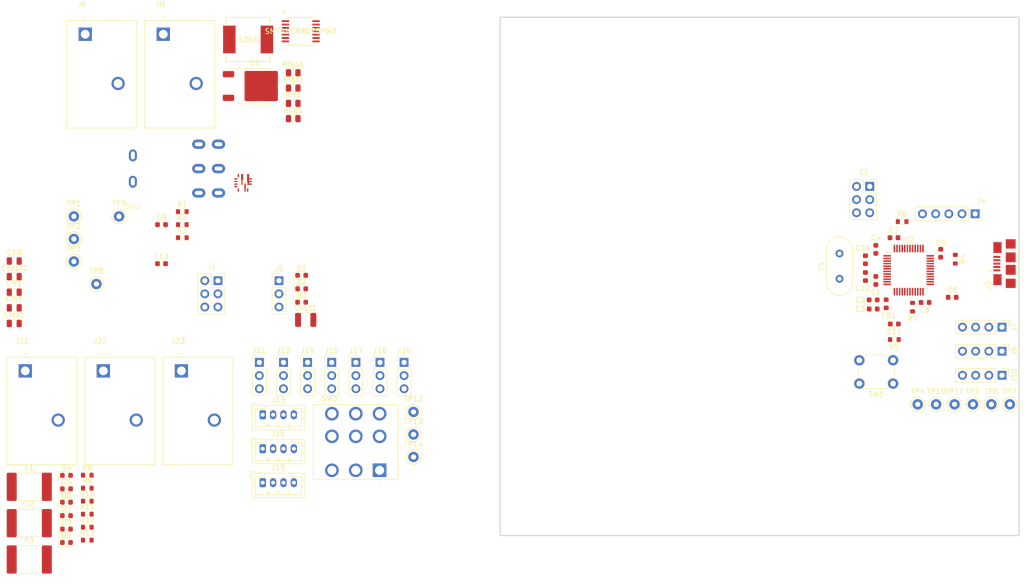
<source format=kicad_pcb>
(kicad_pcb (version 20240108) (generator "pcbnew") (generator_version "8.0")
  (layers (0 "F.Cu" signal) (31 "B.Cu" power) (34 "B.Paste" user) (35 "F.Paste" user) (36 "B.SilkS" user "B.Silkscreen") (37 "F.SilkS" user "F.Silkscreen") (38 "B.Mask" user) (39 "F.Mask" user) (44 "Edge.Cuts" user))
  (net 0 "")
  (net 1 "+3.3VA")
  (net 2 "GND")
  (net 3 "+3.3V")
  (net 4 "+5V")
  (net 5 "/NRST")
  (net 6 "/OSC_OUT")
  (net 7 "/OSC_IN")
  (net 8 "/BOOT")
  (net 9 "/SW")
  (net 10 "/FB")
  (net 11 "/Cff_Rff")
  (net 12 "+12V")
  (net 13 "/5V_BUCK")
  (net 14 "/PWR_LED_3V3_Cathode")
  (net 15 "/PWR_LED_5V_Cathode")
  (net 16 "/PWR_LED_12V_Cathode")
  (net 17 "Net-(D4-A)")
  (net 18 "/Motors/M1_Fault_LED_Cathode")
  (net 19 "/Motors/M1_PWR_LED_Cathode")
  (net 20 "/Motors/M2_Fault_LED_Cathode")
  (net 21 "Net-(D6-A)")
  (net 22 "/Motors/M2_PWR_LED_Cathode")
  (net 23 "/Motors/M3_Fault_LED_Cathode")
  (net 24 "Net-(D8-A)")
  (net 25 "/Motors/M3_PWR_LED_Cathode")
  (net 26 "VBUS")
  (net 27 "/5V_EXT")
  (net 29 "/USB_D-")
  (net 30 "/USB_D+")
  (net 31 "/BOOT0")
  (net 32 "/BOOT1")
  (net 33 "/SWDIO")
  (net 34 "/SWCLK")
  (net 35 "/LimitSwitch3")
  (net 36 "/LimitSwitch2")
  (net 37 "/LimitSwitch1")
  (net 38 "Net-(J6-Pin_2)")
  (net 39 "/SPI1_NSS_RasPi")
  (net 40 "/SPI1_MOSI")
  (net 41 "/SPI1_SCK")
  (net 42 "/SPI1_MISO")
  (net 43 "/SPI1_NSS_ESP1")
  (net 44 "/SPI1_NSS_ESP2")
  (net 45 "/PWM & Encoders/M1_PWM")
  (net 46 "/PWM & Encoders/REG_IN")
  (net 48 "/PWM & Encoders/RC_PWM1")
  (net 49 "/TIM4_CH1")
  (net 50 "/TIM4_CH2")
  (net 51 "/PWM & Encoders/M2_PWM")
  (net 53 "/PWM & Encoders/RC_PWM2")
  (net 54 "/TIM3_CH1")
  (net 55 "/TIM3_CH2")
  (net 56 "/PWM & Encoders/M3_PWM")
  (net 57 "/PWM & Encoders/RC_PWM3")
  (net 59 "/TIM2_CH2")
  (net 60 "/TIM2_CH1")
  (net 62 "/PG")
  (net 65 "/TIM1_CH3")
  (net 66 "/TIM1_CH1")
  (net 67 "/TIM1_CH2")
  (net 68 "/OR3")
  (footprint "TestPoint:TestPoint_Keystone_5000-5004_Miniature" (layer "F.Cu") (at 171.25 121.25)
    (property "Reference" "TP4" (at 0 -2.5 0) (layer "F.SilkS"))
    (property "Value" "Orange")
    (pad "1" thru_hole circle (at 0 0) (size 2 2) (drill 1) (layers "*.Cu" "*.Mask") (net 39 "/SPI1_NSS_RasPi"))
  )
  (footprint "Resistor_SMD:R_0603_1608Metric" (layer "F.Cu") (at 11.18 139.9325)
    (property "Reference" "R10" (at 0 -1.43 0) (layer "F.SilkS"))
    (property "Value" "1.5k")
    (pad "1" smd roundrect (at -0.825 0) (size 0.8 0.95) (layers "F.Cu" "F.Paste" "F.Mask") (net 20 "/Motors/M2_Fault_LED_Cathode"))
    (pad "2" smd roundrect (at 0.825 0) (size 0.8 0.95) (layers "F.Cu" "F.Paste" "F.Mask") (net 2 "GND"))
  )
  (footprint "Connector_PinHeader_2.54mm:PinHeader_1x04_P2.54mm_Vertical" (layer "F.Cu") (at 187.5 115.65 -90)
    (property "Reference" "J10" (at 0 -2.33 90) (layer "F.SilkS"))
    (property "Value" "Conn_01x04_Socket")
    (pad "1" thru_hole rect (at 0 0 270) (size 1.7 1.7) (drill 1) (layers "*.Cu" "*.Mask") (net 40 "/SPI1_MOSI"))
    (pad "2" thru_hole oval (at 0 2.54 270) (size 1.7 1.7) (drill 1) (layers "*.Cu" "*.Mask") (net 42 "/SPI1_MISO"))
    (pad "3" thru_hole oval (at 0 5.08 270) (size 1.7 1.7) (drill 1) (layers "*.Cu" "*.Mask") (net 41 "/SPI1_SCK"))
    (pad "4" thru_hole oval (at 0 7.62 270) (size 1.7 1.7) (drill 1) (layers "*.Cu" "*.Mask") (net 44 "/SPI1_NSS_ESP2"))
  )
  (footprint "Capacitor_SMD:C_0805_2012Metric" (layer "F.Cu") (at -2.9 102.6325)
    (property "Reference" "Cin1" (at 0 -1.68 0) (layer "F.SilkS"))
    (property "Value" "15uF")
    (pad "1" smd roundrect (at -0.95 0) (size 1 1.45) (layers "F.Cu" "F.Paste" "F.Mask") (net 12 "+12V"))
    (pad "2" smd roundrect (at 0.95 0) (size 1 1.45) (layers "F.Cu" "F.Paste" "F.Mask") (net 2 "GND"))
  )
  (footprint "Capacitor_SMD:C_0603_1608Metric" (layer "F.Cu") (at 162.675 102.85 180)
    (property "Reference" "C3" (at 2.5 0 180) (layer "F.SilkS"))
    (property "Value" "1u")
    (pad "1" smd roundrect (at -0.775 0 180) (size 0.9 0.95) (layers "F.Cu" "F.Paste" "F.Mask") (net 3 "+3.3V"))
    (pad "2" smd roundrect (at 0.775 0 180) (size 0.9 0.95) (layers "F.Cu" "F.Paste" "F.Mask") (net 2 "GND"))
  )
  (footprint "MountingHole:MountingHole_5mm" (layer "F.Cu") (at 184.75 53.25)
    (property "Reference" "H2" (hide yes))
    (property "Value" "MountingHole")
    (pad "" np_thru_hole circle (at 0 0) (size 5 5) (drill 5) (layers "F&B.Cu" "*.Mask"))
  )
  (footprint "MountingHole:MountingHole_5mm" (layer "F.Cu") (at 96.75 139.75)
    (property "Reference" "H3" (hide yes))
    (property "Value" "MountingHole")
    (pad "" np_thru_hole circle (at 0 0) (size 5 5) (drill 5) (layers "F&B.Cu" "*.Mask"))
  )
  (footprint "CustomFootprints:SW_GF-161-0005" (layer "F.Cu") (at 62.93 128.5134)
    (property "Reference" "SW3" (at -5.075 -8.385 0) (layer "F.SilkS"))
    (property "Value" "Slide")
    (pad "1" thru_hole rect (at 4.5974 5.461) (size 2.6289 2.6289) (drill 1.7526) (layers "*.Cu" "*.Mask") (net 66 "/TIM1_CH1"))
    (pad "2" thru_hole circle (at 0 5.461) (size 2.6289 2.6289) (drill 1.7526) (layers "*.Cu" "*.Mask") (net 45 "/PWM & Encoders/M1_PWM"))
    (pad "3" thru_hole circle (at -4.5974 5.461) (size 2.6289 2.6289) (drill 1.7526) (layers "*.Cu" "*.Mask") (net 48 "/PWM & Encoders/RC_PWM1"))
    (pad "4" thru_hole circle (at 4.5974 -1.0922) (size 2.6289 2.6289) (drill 1.7526) (layers "*.Cu" "*.Mask") (net 67 "/TIM1_CH2"))
    (pad "5" thru_hole circle (at 0 -1.0922) (size 2.6289 2.6289) (drill 1.7526) (layers "*.Cu" "*.Mask") (net 51 "/PWM & Encoders/M2_PWM"))
    (pad "6" thru_hole circle (at -4.5974 -1.0922) (size 2.6289 2.6289) (drill 1.7526) (layers "*.Cu" "*.Mask") (net 53 "/PWM & Encoders/RC_PWM2"))
    (pad "7" thru_hole circle (at 4.5974 -5.461) (size 2.6289 2.6289) (drill 1.7526) (layers "*.Cu" "*.Mask") (net 65 "/TIM1_CH3"))
    (pad "8" thru_hole circle (at 0 -5.461) (size 2.6289 2.6289) (drill 1.7526) (layers "*.Cu" "*.Mask") (net 56 "/PWM & Encoders/M3_PWM"))
    (pad "9" thru_hole circle (at -4.5974 -5.461) (size 2.6289 2.6289) (drill 1.7526) (layers "*.Cu" "*.Mask") (net 57 "/PWM & Encoders/RC_PWM3"))
  )
  (footprint "CustomFootprints:SN74HCS4075PWR" (layer "F.Cu") (at 52.3228 49.2804)
    (property "Reference" "U3" (at 0 0 0) (layer "F.SilkS"))
    (property "Value" "SN74HCS4075PWR" (at 0 0 0) (layer "F.SilkS"))
    (fp_text user "*" (at -3.20675 -3.448558 0) (layer "F.SilkS"))
    (pad "1" smd rect (at -2.95275 -1.949958) (size 1.4097 0.3556) (layers "F.Cu" "F.Paste" "F.Mask") (net 4 "+5V"))
    (pad "2" smd rect (at -2.95275 -1.299972) (size 1.4097 0.3556) (layers "F.Cu" "F.Paste" "F.Mask") (net 4 "+5V"))
    (pad "3" smd rect (at -2.95275 -0.649986) (size 1.4097 0.3556) (layers "F.Cu" "F.Paste" "F.Mask") (net 35 "/LimitSwitch3"))
    (pad "4" smd rect (at -2.95275 0) (size 1.4097 0.3556) (layers "F.Cu" "F.Paste" "F.Mask") (net 36 "/LimitSwitch2"))
    (pad "5" smd rect (at -2.95275 0.649986) (size 1.4097 0.3556) (layers "F.Cu" "F.Paste" "F.Mask") (net 37 "/LimitSwitch1"))
    (pad "6" smd rect (at -2.95275 1.299972) (size 1.4097 0.3556) (layers "F.Cu" "F.Paste" "F.Mask") (net 68 "/OR3"))
    (pad "7" smd rect (at -2.95275 1.949958) (size 1.4097 0.3556) (layers "F.Cu" "F.Paste" "F.Mask") (net 2 "GND"))
    (pad "8" smd rect (at 2.95275 1.949958) (size 1.4097 0.3556) (layers "F.Cu" "F.Paste" "F.Mask") (net 4 "+5V"))
    (pad "9" smd rect (at 2.95275 1.299972) (size 1.4097 0.3556) (layers "F.Cu" "F.Paste" "F.Mask"))
    (pad "10" smd rect (at 2.95275 0.649986) (size 1.4097 0.3556) (layers "F.Cu" "F.Paste" "F.Mask"))
    (pad "11" smd rect (at 2.95275 0) (size 1.4097 0.3556) (layers "F.Cu" "F.Paste" "F.Mask") (net 4 "+5V"))
    (pad "12" smd rect (at 2.95275 -0.649986) (size 1.4097 0.3556) (layers "F.Cu" "F.Paste" "F.Mask") (net 4 "+5V"))
    (pad "13" smd rect (at 2.95275 -1.299972) (size 1.4097 0.3556) (layers "F.Cu" "F.Paste" "F.Mask") (net 4 "+5V"))
    (pad "14" smd rect (at 2.95275 -1.949958) (size 1.4097 0.3556) (layers "F.Cu" "F.Paste" "F.Mask") (net 4 "+5V"))
  )
  (footprint "Resistor_SMD:R_0603_1608Metric" (layer "F.Cu") (at 11.18 142.4425)
    (property "Reference" "R11" (at 0 -1.43 0) (layer "F.SilkS"))
    (property "Value" "1.5k")
    (pad "1" smd roundrect (at -0.825 0) (size 0.8 0.95) (layers "F.Cu" "F.Paste" "F.Mask") (net 22 "/Motors/M2_PWR_LED_Cathode"))
    (pad "2" smd roundrect (at 0.825 0) (size 0.8 0.95) (layers "F.Cu" "F.Paste" "F.Mask") (net 2 "GND"))
  )
  (footprint "Crystal:Crystal_HC49-U_Vertical" (layer "F.Cu") (at 156.175 92.15 -90)
    (property "Reference" "Y1" (at 2.44 3.5 90) (layer "F.SilkS"))
    (property "Value" "8MHz Crystal")
    (pad "1" thru_hole circle (at 0 0 270) (size 1.5 1.5) (drill 0.8) (layers "*.Cu" "*.Mask") (net 7 "/OSC_IN"))
    (pad "2" thru_hole circle (at 4.88 0 270) (size 1.5 1.5) (drill 0.8) (layers "*.Cu" "*.Mask") (net 6 "/OSC_OUT"))
  )
  (footprint "TestPoint:TestPoint_Keystone_5000-5004_Miniature" (layer "F.Cu") (at 185.45 121.25)
    (property "Reference" "TP6" (at 0 -2.5 0) (layer "F.SilkS"))
    (property "Value" "Orange")
    (pad "1" thru_hole circle (at 0 0) (size 2 2) (drill 1) (layers "*.Cu" "*.Mask") (net 42 "/SPI1_MISO"))
  )
  (footprint "Resistor_SMD:R_0603_1608Metric" (layer "F.Cu") (at 29.5 89.0925)
    (property "Reference" "R3" (at 0 -1.43 0) (layer "F.SilkS"))
    (property "Value" "1.5k")
    (pad "1" smd roundrect (at -0.825 0) (size 0.8 0.95) (layers "F.Cu" "F.Paste" "F.Mask") (net 16 "/PWR_LED_12V_Cathode"))
    (pad "2" smd roundrect (at 0.825 0) (size 0.8 0.95) (layers "F.Cu" "F.Paste" "F.Mask") (net 2 "GND"))
  )
  (footprint "Capacitor_SMD:C_0603_1608Metric" (layer "F.Cu") (at 172.675 101.6 180)
    (property "Reference" "C6" (at 0 -1.43 180) (layer "F.SilkS"))
    (property "Value" "100n")
    (pad "1" smd roundrect (at -0.775 0 180) (size 0.9 0.95) (layers "F.Cu" "F.Paste" "F.Mask") (net 3 "+3.3V"))
    (pad "2" smd roundrect (at 0.775 0 180) (size 0.9 0.95) (layers "F.Cu" "F.Paste" "F.Mask") (net 2 "GND"))
  )
  (footprint "MountingHole:MountingHole_5mm" (layer "F.Cu") (at 96.75 53.25)
    (property "Reference" "H1" (hide yes))
    (property "Value" "MountingHole")
    (pad "" np_thru_hole circle (at 0 0) (size 5 5) (drill 5) (layers "F&B.Cu" "*.Mask"))
  )
  (footprint "LED_SMD:LED_0603_1608Metric" (layer "F.Cu") (at 52.5 101.5425)
    (property "Reference" "D3" (at 0 -1.43 0) (layer "F.SilkS"))
    (property "Value" "LED")
    (pad "1" smd roundrect (at -0.7875 0) (size 0.875 0.95) (layers "F.Cu" "F.Paste" "F.Mask") (net 16 "/PWR_LED_12V_Cathode"))
    (pad "2" smd roundrect (at 0.7875 0) (size 0.875 0.95) (layers "F.Cu" "F.Paste" "F.Mask") (net 12 "+12V"))
  )
  (footprint "Resistor_SMD:R_0603_1608Metric" (layer "F.Cu") (at 166.75 108.75)
    (property "Reference" "R5" (at 0 1.5 360) (layer "F.SilkS"))
    (property "Value" "10k")
    (pad "1" smd roundrect (at -0.825 0) (size 0.8 0.95) (layers "F.Cu" "F.Paste" "F.Mask") (net 3 "+3.3V"))
    (pad "2" smd roundrect (at 0.825 0) (size 0.8 0.95) (layers "F.Cu" "F.Paste" "F.Mask") (net 5 "/NRST"))
  )
  (footprint "Connector_PinHeader_2.54mm:PinHeader_1x03_P2.54mm_Vertical" (layer "F.Cu") (at 49 113.1625)
    (property "Reference" "J12" (at 0 -2.33 0) (layer "F.SilkS"))
    (property "Value" "Conn_01x03_Socket")
    (pad "1" thru_hole rect (at 0 0) (size 1.7 1.7) (drill 1) (layers "*.Cu" "*.Mask") (net 2 "GND"))
    (pad "2" thru_hole oval (at 0 2.54) (size 1.7 1.7) (drill 1) (layers "*.Cu" "*.Mask"))
    (pad "3" thru_hole oval (at 0 5.08) (size 1.7 1.7) (drill 1) (layers "*.Cu" "*.Mask") (net 48 "/PWM & Encoders/RC_PWM1"))
  )
  (footprint "Connector_JST:JST_PH_B4B-PH-K_1x04_P2.00mm_Vertical" (layer "F.Cu") (at 45 129.8125)
    (property "Reference" "J16" (at 3 -2.9 0) (layer "F.SilkS"))
    (property "Value" "Conn_01x04_Socket")
    (pad "1" thru_hole roundrect (at 0 0) (size 1.2 1.75) (drill 0.75) (layers "*.Cu" "*.Mask") (roundrect_rratio 0.208333) (net 3 "+3.3V"))
    (pad "2" thru_hole oval (at 2 0) (size 1.2 1.75) (drill 0.75) (layers "*.Cu" "*.Mask") (net 2 "GND"))
    (pad "3" thru_hole oval (at 4 0) (size 1.2 1.75) (drill 0.75) (layers "*.Cu" "*.Mask") (net 54 "/TIM3_CH1"))
    (pad "4" thru_hole oval (at 6 0) (size 1.2 1.75) (drill 0.75) (layers "*.Cu" "*.Mask") (net 55 "/TIM3_CH2"))
  )
  (footprint "Connector_PinHeader_2.54mm:PinHeader_1x03_P2.54mm_Vertical" (layer "F.Cu") (at 53.65 113.1625)
    (property "Reference" "J14" (at 0 -2.33 0) (layer "F.SilkS"))
    (property "Value" "Conn_01x03_Socket")
    (pad "1" thru_hole rect (at 0 0) (size 1.7 1.7) (drill 1) (layers "*.Cu" "*.Mask") (net 2 "GND"))
    (pad "2" thru_hole oval (at 0 2.54) (size 1.7 1.7) (drill 1) (layers "*.Cu" "*.Mask") (net 46 "/PWM & Encoders/REG_IN"))
    (pad "3" thru_hole oval (at 0 5.08) (size 1.7 1.7) (drill 1) (layers "*.Cu" "*.Mask") (net 51 "/PWM & Encoders/M2_PWM"))
  )
  (footprint "Connector_PinHeader_2.54mm:PinHeader_1x03_P2.54mm_Vertical" (layer "F.Cu") (at 67.6 113.1625)
    (property "Reference" "J18" (at 0 -2.33 0) (layer "F.SilkS"))
    (property "Value" "Conn_01x03_Socket")
    (pad "1" thru_hole rect (at 0 0) (size 1.7 1.7) (drill 1) (layers "*.Cu" "*.Mask") (net 2 "GND"))
    (pad "2" thru_hole oval (at 0 2.54) (size 1.7 1.7) (drill 1) (layers "*.Cu" "*.Mask"))
    (pad "3" thru_hole oval (at 0 5.08) (size 1.7 1.7) (drill 1) (layers "*.Cu" "*.Mask") (net 57 "/PWM & Encoders/RC_PWM3"))
  )
  (footprint "Connector_PinSocket_2.54mm:PinSocket_2x03_P2.54mm_Vertical" (layer "F.Cu") (at 162 79.21)
    (property "Reference" "J3" (at -1.27 -2.77 0) (layer "F.SilkS"))
    (property "Value" "Conn_02x03_Odd_Even")
    (pad "1" thru_hole rect (at 0 0) (size 1.7 1.7) (drill 1) (layers "*.Cu" "*.Mask") (net 3 "+3.3V"))
    (pad "2" thru_hole oval (at -2.54 0) (size 1.7 1.7) (drill 1) (layers "*.Cu" "*.Mask") (net 3 "+3.3V"))
    (pad "3" thru_hole oval (at 0 2.54) (size 1.7 1.7) (drill 1) (layers "*.Cu" "*.Mask") (net 31 "/BOOT0"))
    (pad "4" thru_hole oval (at -2.54 2.54) (size 1.7 1.7) (drill 1) (layers "*.Cu" "*.Mask") (net 32 "/BOOT1"))
    (pad "5" thru_hole oval (at 0 5.08) (size 1.7 1.7) (drill 1) (layers "*.Cu" "*.Mask") (net 2 "GND"))
    (pad "6" thru_hole oval (at -2.54 5.08) (size 1.7 1.7) (drill 1) (layers "*.Cu" "*.Mask") (net 2 "GND"))
  )
  (footprint "Connector_PinSocket_2.54mm:PinSocket_2x03_P2.54mm_Vertical" (layer "F.Cu") (at 36.37 97.3925)
    (property "Reference" "J1" (at -1.27 -2.77 0) (layer "F.SilkS"))
    (property "Value" "Conn_02x03_Odd_Even")
    (pad "1" thru_hole rect (at 0 0) (size 1.7 1.7) (drill 1) (layers "*.Cu" "*.Mask") (net 26 "VBUS"))
    (pad "2" thru_hole oval (at -2.54 0) (size 1.7 1.7) (drill 1) (layers "*.Cu" "*.Mask") (net 4 "+5V"))
    (pad "3" thru_hole oval (at 0 2.54) (size 1.7 1.7) (drill 1) (layers "*.Cu" "*.Mask") (net 13 "/5V_BUCK"))
    (pad "4" thru_hole oval (at -2.54 2.54) (size 1.7 1.7) (drill 1) (layers "*.Cu" "*.Mask") (net 4 "+5V"))
    (pad "5" thru_hole oval (at 0 5.08) (size 1.7 1.7) (drill 1) (layers "*.Cu" "*.Mask") (net 27 "/5V_EXT"))
    (pad "6" thru_hole oval (at -2.54 5.08) (size 1.7 1.7) (drill 1) (layers "*.Cu" "*.Mask") (net 4 "+5V"))
  )
  (footprint "Resistor_SMD:R_0603_1608Metric" (layer "F.Cu") (at 11.18 147.4625)
    (property "Reference" "R13" (at 0 -1.43 0) (layer "F.SilkS"))
    (property "Value" "1.5k")
    (pad "1" smd roundrect (at -0.825 0) (size 0.8 0.95) (layers "F.Cu" "F.Paste" "F.Mask") (net 25 "/Motors/M3_PWR_LED_Cathode"))
    (pad "2" smd roundrect (at 0.825 0) (size 0.8 0.95) (layers "F.Cu" "F.Paste" "F.Mask") (net 2 "GND"))
  )
  (footprint "TestPoint:TestPoint_Keystone_5000-5004_Miniature" (layer "F.Cu") (at 181.9 121.25)
    (property "Reference" "TP5" (at 0 -2.5 0) (layer "F.SilkS"))
    (property "Value" "Orange")
    (pad "1" thru_hole circle (at 0 0) (size 2 2) (drill 1) (layers "*.Cu" "*.Mask") (net 41 "/SPI1_SCK"))
  )
  (footprint "CustomFootprints:PHOENIX_1017521" (layer "F.Cu") (at -4.35 132.8875)
    (property "Reference" "J21" (at 2.975 -23.855 0) (layer "F.SilkS"))
    (property "Value" "Screw_Terminal_01x02")
    (pad "1" thru_hole rect (at 3.575 -18.1) (size 2.55 2.55) (drill 1.7) (layers "*.Cu" "*.Mask") (net 2 "GND"))
    (pad "2" thru_hole circle (at 9.925 -8.6) (size 2.55 2.55) (drill 1.7) (layers "*.Cu" "*.Mask") (net 17 "Net-(D4-A)"))
  )
  (footprint "Connector_JST:JST_PH_B4B-PH-K_1x04_P2.00mm_Vertical" (layer "F.Cu") (at 45 123.2625)
    (property "Reference" "J13" (at 3 -2.9 0) (layer "F.SilkS"))
    (property "Value" "Conn_01x04_Socket")
    (pad "1" thru_hole roundrect (at 0 0) (size 1.2 1.75) (drill 0.75) (layers "*.Cu" "*.Mask") (roundrect_rratio 0.208333) (net 3 "+3.3V"))
    (pad "2" thru_hole oval (at 2 0) (size 1.2 1.75) (drill 0.75) (layers "*.Cu" "*.Mask") (net 2 "GND"))
    (pad "3" thru_hole oval (at 4 0) (size 1.2 1.75) (drill 0.75) (layers "*.Cu" "*.Mask") (net 49 "/TIM4_CH1"))
    (pad "4" thru_hole oval (at 6 0) (size 1.2 1.75) (drill 0.75) (layers "*.Cu" "*.Mask") (net 50 "/TIM4_CH2"))
  )
  (footprint "Capacitor_SMD:C_0603_1608Metric" (layer "F.Cu") (at 177.9 100.6)
    (property "Reference" "C8" (at 0 -1.43 0) (layer "F.SilkS"))
    (property "Value" "10u")
    (pad "1" smd roundrect (at -0.775 0) (size 0.9 0.95) (layers "F.Cu" "F.Paste" "F.Mask") (net 3 "+3.3V"))
    (pad "2" smd roundrect (at 0.775 0) (size 0.9 0.95) (layers "F.Cu" "F.Paste" "F.Mask") (net 2 "GND"))
  )
  (footprint "" (layer "F.Cu") (at 96.75 139.75)
    (property "Reference" "" (at 0 0 0) (layer "F.SilkS") (effects (font (size 1.27 1.27))))
    (property "Value" "")
    (pad "" np_thru_hole circle (at 0 0) (size 5 5) (drill 5) (layers "F&B.Cu" "*.Mask"))
  )
  (footprint "Capacitor_SMD:C_0603_1608Metric" (layer "F.Cu") (at 163.175 91.35 90)
    (property "Reference" "C4" (at 2.25 0 180) (layer "F.SilkS"))
    (property "Value" "100n")
    (pad "1" smd roundrect (at -0.775 0 90) (size 0.9 0.95) (layers "F.Cu" "F.Paste" "F.Mask") (net 3 "+3.3V"))
    (pad "2" smd roundrect (at 0.775 0 90) (size 0.9 0.95) (layers "F.Cu" "F.Paste" "F.Mask") (net 2 "GND"))
  )
  (footprint "Connector_PinHeader_2.54mm:PinHeader_1x03_P2.54mm_Vertical" (layer "F.Cu") (at 72.25 113.1625)
    (property "Reference" "J20" (at 0 -2.33 0) (layer "F.SilkS"))
    (property "Value" "Conn_01x03_Socket")
    (pad "1" thru_hole rect (at 0 0) (size 1.7 1.7) (drill 1) (layers "*.Cu" "*.Mask") (net 2 "GND"))
    (pad "2" thru_hole oval (at 0 2.54) (size 1.7 1.7) (drill 1) (layers "*.Cu" "*.Mask") (net 46 "/PWM & Encoders/REG_IN"))
    (pad "3" thru_hole oval (at 0 5.08) (size 1.7 1.7) (drill 1) (layers "*.Cu" "*.Mask"))
  )
  (footprint "Package_TO_SOT_SMD:TO-252-2" (layer "F.Cu") (at 43.44 59.8375)
    (property "Reference" "U1" (at 0 -4.5 0) (layer "F.SilkS"))
    (property "Value" "AZ1117-3.3")
    (pad "1" smd roundrect (at -5.04 -2.28) (size 2.2 1.2) (layers "F.Cu" "F.Paste" "F.Mask") (roundrect_rratio 0.208333) (net 2 "GND"))
    (pad "2" smd roundrect (at -0.415 -1.525) (size 3.05 2.75) (layers "F.Cu" "F.Paste") (roundrect_rratio 0.090909) (net 3 "+3.3V"))
    (pad "2" smd roundrect (at -0.415 1.525) (size 3.05 2.75) (layers "F.Cu" "F.Paste") (roundrect_rratio 0.090909) (net 3 "+3.3V"))
    (pad "2" smd roundrect (at 1.26 0) (size 6.4 5.8) (layers "F.Cu" "F.Mask") (roundrect_rratio 0.043103) (net 3 "+3.3V"))
    (pad "2" smd roundrect (at 2.935 -1.525) (size 3.05 2.75) (layers "F.Cu" "F.Paste") (roundrect_rratio 0.090909) (net 3 "+3.3V"))
    (pad "2" smd roundrect (at 2.935 1.525) (size 3.05 2.75) (layers "F.Cu" "F.Paste") (roundrect_rratio 0.090909) (net 3 "+3.3V"))
    (pad "3" smd roundrect (at -5.04 2.28) (size 2.2 1.2) (layers "F.Cu" "F.Paste" "F.Mask") (roundrect_rratio 0.208333) (net 4 "+5V"))
  )
  (footprint "Resistor_SMD:R_0805_2012Metric" (layer "F.Cu") (at 50.88 66.1325)
    (property "Reference" "Rpg1" (at 0 -1.65 0) (layer "F.SilkS"))
    (property "Value" "100k")
    (pad "1" smd roundrect (at -0.9125 0) (size 1.025 1.4) (layers "F.Cu" "F.Paste" "F.Mask") (roundrect_rratio 0.243902) (net 62 "/PG"))
    (pad "2" smd roundrect (at 0.9125 0) (size 1.025 1.4) (layers "F.Cu" "F.Paste" "F.Mask") (roundrect_rratio 0.243902) (net 13 "/5V_BUCK"))
  )
  (footprint "TestPoint:TestPoint_Keystone_5000-5004_Miniature" (layer "F.Cu") (at 74.06 131.4125)
    (property "Reference" "TP14" (at 0 -2.5 0) (layer "F.SilkS"))
    (property "Value" "White")
    (pad "1" thru_hole circle (at 0 0) (size 2 2) (drill 1) (layers "*.Cu" "*.Mask") (net 45 "/PWM & Encoders/M1_PWM"))
  )
  (footprint "Package_QFP:LQFP-48_7x7mm_P0.5mm" (layer "F.Cu") (at 169.5125 95.35)
    (property "Reference" "U2" (at 0 -5.85 0) (layer "F.SilkS"))
    (property "Value" "STM32F103C8T6TR")
    (pad "1" smd roundrect (at -4.1625 -2.75) (size 1.475 0.3) (layers "F.Cu" "F.Paste" "F.Mask") (net 3 "+3.3V"))
    (pad "2" smd roundrect (at -4.1625 -2.25) (size 1.475 0.3) (layers "F.Cu" "F.Paste" "F.Mask"))
    (pad "3" smd roundrect (at -4.1625 -1.75) (size 1.475 0.3) (layers "F.Cu" "F.Paste" "F.Mask"))
    (pad "4" smd roundrect (at -4.1625 -1.25) (size 1.475 0.3) (layers "F.Cu" "F.Paste" "F.Mask"))
    (pad "5" smd roundrect (at -4.1625 -0.75) (size 1.475 0.3) (layers "F.Cu" "F.Paste" "F.Mask") (net 7 "/OSC_IN"))
    (pad "6" smd roundrect (at -4.1625 -0.25) (size 1.475 0.3) (layers "F.Cu" "F.Paste" "F.Mask") (net 6 "/OSC_OUT"))
    (pad "7" smd roundrect (at -4.1625 0.25) (size 1.475 0.3) (layers "F.Cu" "F.Paste" "F.Mask") (net 5 "/NRST"))
    (pad "8" smd roundrect (at -4.1625 0.75) (size 1.475 0.3) (layers "F.Cu" "F.Paste" "F.Mask") (net 2 "GND"))
    (pad "9" smd roundrect (at -4.1625 1.25) (size 1.475 0.3) (layers "F.Cu" "F.Paste" "F.Mask") (net 1 "+3.3VA"))
    (pad "10" smd roundrect (at -4.1625 1.75) (size 1.475 0.3) (layers "F.Cu" "F.Paste" "F.Mask") (net 60 "/TIM2_CH1"))
    (pad "11" smd roundrect (at -4.1625 2.25) (size 1.475 0.3) (layers "F.Cu" "F.Paste" "F.Mask") (net 59 "/TIM2_CH2"))
    (pad "12" smd roundrect (at -4.1625 2.75) (size 1.475 0.3) (layers "F.Cu" "F.Paste" "F.Mask") (net 39 "/SPI1_NSS_RasPi"))
    (pad "13" smd roundrect (at -2.75 4.1625) (size 0.3 1.475) (layers "F.Cu" "F.Paste" "F.Mask") (net 44 "/SPI1_NSS_ESP2"))
    (pad "14" smd roundrect (at -2.25 4.1625) (size 0.3 1.475) (layers "F.Cu" "F.Paste" "F.Mask") (net 43 "/SPI1_NSS_ESP1"))
    (pad "15" smd roundrect (at -1.75 4.1625) (size 0.3 1.475) (layers "F.Cu" "F.Paste" "F.Mask") (net 41 "/SPI1_SCK"))
    (pad "16" smd roundrect (at -1.25 4.1625) (size 0.3 1.475) (layers "F.Cu" "F.Paste" "F.Mask") (net 42 "/SPI1_MISO"))
    (pad "17" smd roundrect (at -0.75 4.1625) (size 0.3 1.475) (layers "F.Cu" "F.Paste" "F.Mask") (net 40 "/SPI1_MOSI"))
    (pad "18" smd roundrect (at -0.25 4.1625) (size 0.3 1.475) (layers "F.Cu" "F.Paste" "F.Mask"))
    (pad "19" smd roundrect (at 0.25 4.1625) (size 0.3 1.475) (layers "F.Cu" "F.Paste" "F.Mask"))
    (pad "20" smd roundrect (at 0.75 4.1625) (size 0.3 1.475) (layers "F.Cu" "F.Paste" "F.Mask") (net 32 "/BOOT1"))
    (pad "21" smd roundrect (at 1.25 4.1625) (size 0.3 1.475) (layers "F.Cu" "F.Paste" "F.Mask"))
    (pad "22" smd roundrect (at 1.75 4.1625) (size 0.3 1.475) (layers "F.Cu" "F.Paste" "F.Mask"))
    (pad "23" smd roundrect (at 2.25 4.1625) (size 0.3 1.475) (layers "F.Cu" "F.Paste" "F.Mask") (net 2 "GND"))
    (pad "24" smd roundrect (at 2.75 4.1625) (size 0.3 1.475) (layers "F.Cu" "F.Paste" "F.Mask") (net 3 "+3.3V"))
    (pad "25" smd roundrect (at 4.1625 2.75) (size 1.475 0.3) (layers "F.Cu" "F.Paste" "F.Mask"))
    (pad "26" smd roundrect (at 4.1625 2.25) (size 1.475 0.3) (layers "F.Cu" "F.Paste" "F.Mask"))
    (pad "27" smd roundrect (at 4.1625 1.75) (size 1.475 0.3) (layers "F.Cu" "F.Paste" "F.Mask"))
    (pad "28" smd roundrect (at 4.1625 1.25) (size 1.475 0.3) (layers "F.Cu" "F.Paste" "F.Mask"))
    (pad "29" smd roundrect (at 4.1625 0.75) (size 1.475 0.3) (layers "F.Cu" "F.Paste" "F.Mask") (net 66 "/TIM1_CH1"))
    (pad "30" smd roundrect (at 4.1625 0.25) (size 1.475 0.3) (layers "F.Cu" "F.Paste" "F.Mask") (net 67 "/TIM1_CH2"))
    (pad "31" smd roundrect (at 4.1625 -0.25) (size 1.475 0.3) (layers "F.Cu" "F.Paste" "F.Mask") (net 65 "/TIM1_CH3"))
    (pad "32" smd roundrect (at 4.1625 -0.75) (size 1.475 0.3) (layers "F.Cu" "F.Paste" "F.Mask") (net 29 "/USB_D-"))
    (pad "33" smd roundrect (at 4.1625 -1.25) (size 1.475 0.3) (layers "F.Cu" "F.Paste" "F.Mask") (net 30 "/USB_D+"))
    (pad "34" smd roundrect (at 4.1625 -1.75) (size 1.475 0.3) (layers "F.Cu" "F.Paste" "F.Mask") (net 33 "/SWDIO"))
    (pad "35" smd roundrect (at 4.1625 -2.25) (size 1.475 0.3) (layers "F.Cu" "F.Paste" "F.Mask") (net 2 "GND"))
    (pad "36" smd roundrect (at 4.1625 -2.75) (size 1.475 0.3) (layers "F.Cu" "F.Paste" "F.Mask") (net 3 "+3.3V"))
    (pad "37" smd roundrect (at 2.75 -4.1625) (size 0.3 1.475) (layers "F.Cu" "F.Paste" "F.Mask") (net 34 "/SWCLK"))
    (pad "38" smd roundrect (at 2.25 -4.1625) (size 0.3 1.475) (layers "F.Cu" "F.Paste" "F.Mask"))
    (pad "39" smd roundrect (at 1.75 -4.1625) (size 0.3 1.475) (layers "F.Cu" "F.Paste" "F.Mask"))
    (pad "40" smd roundrect (at 1.25 -4.1625) (size 0.3 1.475) (layers "F.Cu" "F.Paste" "F.Mask") (net 54 "/TIM3_CH1"))
    (pad "41" smd roundrect (at 0.75 -4.1625) (size 0.3 1.475) (layers "F.Cu" "F.Paste" "F.Mask") (net 55 "/TIM3_CH2"))
    (pad "42" smd roundrect (at 0.25 -4.1625) (size 0.3 1.475) (layers "F.Cu" "F.Paste" "F.Mask") (net 49 "/TIM4_CH1"))
    (pad "43" smd roundrect (at -0.25 -4.1625) (size 0.3 1.475) (layers "F.Cu" "F.Paste" "F.Mask") (net 50 "/TIM4_CH2"))
    (pad "44" smd roundrect (at -0.75 -4.1625) (size 0.3 1.475) (layers "F.Cu" "F.Paste" "F.Mask") (net 31 "/BOOT0"))
    (pad "45" smd roundrect (at -1.25 -4.1625) (size 0.3 1.475) (layers "F.Cu" "F.Paste" "F.Mask"))
    (pad "46" smd roundrect (at -1.75 -4.1625) (size 0.3 1.475) (layers "F.Cu" "F.Paste" "F.Mask") (net 68 "/OR3"))
    (pad "47" smd roundrect (at -2.25 -4.1625) (size 0.3 1.475) (layers "F.Cu" "F.Paste" "F.Mask") (net 2 "GND"))
    (pad "48" smd roundrect (at -2.75 -4.1625) (size 0.3 1.475) (layers "F.Cu" "F.Paste" "F.Mask") (net 3 "+3.3V"))
  )
  (footprint "LED_SMD:LED_0603_1608Metric" (layer "F.Cu") (at 7.17 137.5425)
    (property "Reference" "D5" (at 0 -1.43 0) (layer "F.SilkS"))
    (property "Value" "LED")
    (pad "1" smd roundrect (at -0.7875 0) (size 0.875 0.95) (layers "F.Cu" "F.Paste" "F.Mask") (net 19 "/Motors/M1_PWR_LED_Cathode"))
    (pad "2" smd roundrect (at 0.7875 0) (size 0.875 0.95) (layers "F.Cu" "F.Paste" "F.Mask") (net 12 "+12V"))
  )
  (footprint "Capacitor_SMD:C_0603_1608Metric" (layer "F.Cu") (at 162.675 101.1 180)
    (property "Reference" "C2" (at 2.5 0 180) (layer "F.SilkS"))
    (property "Value" "1u")
    (pad "1" smd roundrect (at -0.775 0 180) (size 0.9 0.95) (layers "F.Cu" "F.Paste" "F.Mask") (net 1 "+3.3VA"))
    (pad "2" smd roundrect (at 0.775 0 180) (size 0.9 0.95) (layers "F.Cu" "F.Paste" "F.Mask") (net 2 "GND"))
  )
  (footprint "LED_SMD:LED_0603_1608Metric" (layer "F.Cu") (at 7.17 142.7225)
    (property "Reference" "D7" (at 0 -1.43 0) (layer "F.SilkS"))
    (property "Value" "LED")
    (pad "1" smd roundrect (at -0.7875 0) (size 0.875 0.95) (layers "F.Cu" "F.Paste" "F.Mask") (net 22 "/Motors/M2_PWR_LED_Cathode"))
    (pad "2" smd roundrect (at 0.7875 0) (size 0.875 0.95) (layers "F.Cu" "F.Paste" "F.Mask") (net 12 "+12V"))
  )
  (footprint "LED_SMD:LED_0603_1608Metric" (layer "F.Cu") (at 7.17 147.9025)
    (property "Reference" "D9" (at 0 -1.43 0) (layer "F.SilkS"))
    (property "Value" "LED")
    (pad "1" smd roundrect (at -0.7875 0) (size 0.875 0.95) (layers "F.Cu" "F.Paste" "F.Mask") (net 25 "/Motors/M3_PWR_LED_Cathode"))
    (pad "2" smd roundrect (at 0.7875 0) (size 0.875 0.95) (layers "F.Cu" "F.Paste" "F.Mask") (net 12 "+12V"))
  )
  (footprint "TestPoint:TestPoint_Keystone_5000-5004_Miniature" (layer "F.Cu") (at 174.8 121.25)
    (property "Reference" "TP10" (at 0 -2.5 0) (layer "F.SilkS"))
    (property "Value" "Orange")
    (pad "1" thru_hole circle (at 0 0) (size 2 2) (drill 1) (layers "*.Cu" "*.Mask") (net 43 "/SPI1_NSS_ESP1"))
  )
  (footprint "Resistor_SMD:R_0603_1608Metric" (layer "F.Cu") (at 29.5 86.5825)
    (property "Reference" "R2" (at 0 -1.43 0) (layer "F.SilkS"))
    (property "Value" "1.5k")
    (pad "1" smd roundrect (at -0.825 0) (size 0.8 0.95) (layers "F.Cu" "F.Paste" "F.Mask") (net 15 "/PWR_LED_5V_Cathode"))
    (pad "2" smd roundrect (at 0.825 0) (size 0.8 0.95) (layers "F.Cu" "F.Paste" "F.Mask") (net 2 "GND"))
  )
  (footprint "Resistor_SMD:R_0805_2012Metric" (layer "F.Cu") (at 50.88 57.2825)
    (property "Reference" "Rfbb1" (at 0 -1.65 0) (layer "F.SilkS"))
    (property "Value" "10k")
    (pad "1" smd roundrect (at -0.9125 0) (size 1.025 1.4) (layers "F.Cu" "F.Paste" "F.Mask") (roundrect_rratio 0.243902) (net 2 "GND"))
    (pad "2" smd roundrect (at 0.9125 0) (size 1.025 1.4) (layers "F.Cu" "F.Paste" "F.Mask") (roundrect_rratio 0.243902) (net 10 "/FB"))
  )
  (footprint "Connector_PinHeader_2.54mm:PinHeader_1x03_P2.54mm_Vertical" (layer "F.Cu") (at 44.35 113.1625)
    (property "Reference" "J11" (at 0 -2.33 0) (layer "F.SilkS"))
    (property "Value" "Conn_01x03_Socket")
    (pad "1" thru_hole rect (at 0 0) (size 1.7 1.7) (drill 1) (layers "*.Cu" "*.Mask") (net 2 "GND"))
    (pad "2" thru_hole oval (at 0 2.54) (size 1.7 1.7) (drill 1) (layers "*.Cu" "*.Mask") (net 46 "/PWM & Encoders/REG_IN"))
    (pad "3" thru_hole oval (at 0 5.08) (size 1.7 1.7) (drill 1) (layers "*.Cu" "*.Mask") (net 45 "/PWM & Encoders/M1_PWM"))
  )
  (footprint "LED_SMD:LED_0603_1608Metric" (layer "F.Cu") (at 7.17 134.9525)
    (property "Reference" "D4" (at 0 -1.43 0) (layer "F.SilkS"))
    (property "Value" "LED")
    (pad "1" smd roundrect (at -0.7875 0) (size 0.875 0.95) (layers "F.Cu" "F.Paste" "F.Mask") (net 18 "/Motors/M1_Fault_LED_Cathode"))
    (pad "2" smd roundrect (at 0.7875 0) (size 0.875 0.95) (layers "F.Cu" "F.Paste" "F.Mask") (net 17 "Net-(D4-A)"))
  )
  (footprint "LED_SMD:LED_0603_1608Metric" (layer "F.Cu") (at 7.17 140.1325)
    (property "Reference" "D6" (at 0 -1.43 0) (layer "F.SilkS"))
    (property "Value" "LED")
    (pad "1" smd roundrect (at -0.7875 0) (size 0.875 0.95) (layers "F.Cu" "F.Paste" "F.Mask") (net 20 "/Motors/M2_Fault_LED_Cathode"))
    (pad "2" smd roundrect (at 0.7875 0) (size 0.875 0.95) (layers "F.Cu" "F.Paste" "F.Mask") (net 21 "Net-(D6-A)"))
  )
  (footprint "Connector_PinHeader_2.54mm:PinHeader_1x03_P2.54mm_Vertical" (layer "F.Cu") (at 48.13 97.3925)
    (property "Reference" "J5" (at 0 -2.33 0) (layer "F.SilkS"))
    (property "Value" "Conn_01x03_Socket")
    (pad "1" thru_hole rect (at 0 0) (size 1.7 1.7) (drill 1) (layers "*.Cu" "*.Mask") (net 37 "/LimitSwitch1"))
    (pad "2" thru_hole oval (at 0 2.54) (size 1.7 1.7) (drill 1) (layers "*.Cu" "*.Mask") (net 36 "/LimitSwitch2"))
    (pad "3" thru_hole oval (at 0 5.08) (size 1.7 1.7) (drill 1) (layers "*.Cu" "*.Mask") (net 35 "/LimitSwitch3"))
  )
  (footprint "TestPoint:TestPoint_Keystone_5000-5004_Miniature" (layer "F.Cu") (at 74.06 122.7125)
    (property "Reference" "TP12" (at 0 -2.5 0) (layer "F.SilkS"))
    (property "Value" "White")
    (pad "1" thru_hole circle (at 0 0) (size 2 2) (drill 1) (layers "*.Cu" "*.Mask") (net 56 "/PWM & Encoders/M3_PWM"))
  )
  (footprint "Capacitor_SMD:C_0603_1608Metric" (layer "F.Cu") (at 175.675 92.1 -90)
    (property "Reference" "C5" (at -2 0 180) (layer "F.SilkS"))
    (property "Value" "100n")
    (pad "1" smd roundrect (at -0.775 0 270) (size 0.9 0.95) (layers "F.Cu" "F.Paste" "F.Mask") (net 3 "+3.3V"))
    (pad "2" smd roundrect (at 0.775 0 270) (size 0.9 0.95) (layers "F.Cu" "F.Paste" "F.Mask") (net 2 "GND"))
  )
  (footprint "Capacitor_SMD:C_0603_1608Metric" (layer "F.Cu") (at 161.175 93.35 -90)
    (property "Reference" "C14" (at -2.25 0.5 180) (layer "F.SilkS"))
    (property "Value" "20p")
    (pad "1" smd roundrect (at -0.775 0 270) (size 0.9 0.95) (layers "F.Cu" "F.Paste" "F.Mask") (net 2 "GND"))
    (pad "2" smd roundrect (at 0.775 0 270) (size 0.9 0.95) (layers "F.Cu" "F.Paste" "F.Mask") (net 7 "/OSC_IN"))
  )
  (footprint "Connector_PinHeader_2.54mm:PinHeader_1x04_P2.54mm_Vertical" (layer "F.Cu") (at 187.5 111 -90)
    (property "Reference" "J9" (at 0 -2.33 90) (layer "F.SilkS"))
    (property "Value" "Conn_01x04_Socket")
    (pad "1" thru_hole rect (at 0 0 270) (size 1.7 1.7) (drill 1) (layers "*.Cu" "*.Mask") (net 40 "/SPI1_MOSI"))
    (pad "2" thru_hole oval (at 0 2.54 270) (size 1.7 1.7) (drill 1) (layers "*.Cu" "*.Mask") (net 42 "/SPI1_MISO"))
    (pad "3" thru_hole oval (at 0 5.08 270) (size 1.7 1.7) (drill 1) (layers "*.Cu" "*.Mask") (net 41 "/SPI1_SCK"))
    (pad "4" thru_hole oval (at 0 7.62 270) (size 1.7 1.7) (drill 1) (layers "*.Cu" "*.Mask") (net 43 "/SPI1_NSS_ESP1"))
  )
  (footprint "Button_Switch_THT:SW_PUSH_6mm_H7.3mm" (layer "F.Cu") (at 166.5 117.25 180)
    (property "Reference" "SW1" (at 3.25 -2 180) (layer "F.SilkS"))
    (property "Value" "SW_Push")
    (pad "1" thru_hole circle (at 0 0 270) (size 2 2) (drill 1.1) (layers "*.Cu" "*.Mask") (net 2 "GND"))
    (pad "1" thru_hole circle (at 6.5 0 270) (size 2 2) (drill 1.1) (layers "*.Cu" "*.Mask") (net 2 "GND"))
    (pad "2" thru_hole circle (at 0 4.5 270) (size 2 2) (drill 1.1) (layers "*.Cu" "*.Mask") (net 5 "/NRST"))
    (pad "2" thru_hole circle (at 6.5 4.5 270) (size 2 2) (drill 1.1) (layers "*.Cu" "*.Mask") (net 5 "/NRST"))
  )
  (footprint "TestPoint:TestPoint_Keystone_5000-5004_Miniature" (layer "F.Cu") (at 74.06 127.0625)
    (property "Reference" "TP13" (at 0 -2.5 0) (layer "F.SilkS"))
    (property "Value" "White")
    (pad "1" thru_hole circle (at 0 0) (size 2 2) (drill 1) (layers "*.Cu" "*.Mask") (net 51 "/PWM & Encoders/M2_PWM"))
  )
  (footprint "CustomFootprints:IHLP3232DZER3R3M01" (layer "F.Cu") (at 42.1812 50.8552)
    (property "Reference" "L1" (at 0 0 0) (layer "F.SilkS"))
    (property "Value" "3.3uH" (at 0 0 0) (layer "F.SilkS"))
    (pad "1" smd rect (at -3.6195 0) (size 2.413 5.334) (layers "F.Cu" "F.Paste" "F.Mask") (net 9 "/SW"))
    (pad "2" smd rect (at 3.6195 0) (size 2.413 5.334) (layers "F.Cu" "F.Paste" "F.Mask") (net 13 "/5V_BUCK"))
  )
  (footprint "Capacitor_SMD:C_0603_1608Metric" (layer "F.Cu") (at 161.175 96.6 90)
    (property "Reference" "C12" (at -2.25 -0.5 0) (layer "F.SilkS"))
    (property "Value" "20p")
    (pad "1" smd roundrect (at -0.775 0 90) (size 0.9 0.95) (layers "F.Cu" "F.Paste" "F.Mask") (net 2 "GND"))
    (pad "2" smd roundrect (at 0.775 0 90) (size 0.9 0.95) (layers "F.Cu" "F.Paste" "F.Mask") (net 6 "/OSC_OUT"))
  )
  (footprint "TestPoint:TestPoint_Keystone_5000-5004_Miniature" (layer "F.Cu") (at 12.95 98.0425)
    (property "Reference" "TP8" (at 0 -2.5 0) (layer "F.SilkS"))
    (property "Value" "GND")
    (pad "1" thru_hole circle (at 0 0) (size 2 2) (drill 1) (layers "*.Cu" "*.Mask") (net 2 "GND"))
  )
  (footprint "TestPoint:TestPoint_Keystone_5000-5004_Miniature" (layer "F.Cu") (at 8.6 84.9925)
    (property "Reference" "TP1" (at 0 -2.5 0) (layer "F.SilkS"))
    (property "Value" "5V")
    (pad "1" thru_hole circle (at 0 0) (size 2 2) (drill 1) (layers "*.Cu" "*.Mask") (net 4 "+5V"))
  )
  (footprint "Capacitor_SMD:C_0603_1608Metric" (layer "F.Cu") (at 25.49 94.1125)
    (property "Reference" "C13" (at 0 -1.43 0) (layer "F.SilkS"))
    (property "Value" "100n")
    (pad "1" smd roundrect (at -0.775 0) (size 0.9 0.95) (layers "F.Cu" "F.Paste" "F.Mask") (net 4 "+5V"))
    (pad "2" smd roundrect (at 0.775 0) (size 0.9 0.95) (layers "F.Cu" "F.Paste" "F.Mask") (net 2 "GND"))
  )
  (footprint "Connector_PinSocket_2.54mm:PinSocket_1x05_P2.54mm_Vertical" (layer "F.Cu") (at 182.33 84.5 -90)
    (property "Reference" "J4" (at -2.5 -1.13 180) (layer "F.SilkS"))
    (property "Value" "Conn_01x05_Pin")
    (pad "1" thru_hole rect (at 0 0 270) (size 1.7 1.7) (drill 1) (layers "*.Cu" "*.Mask") (net 3 "+3.3V"))
    (pad "2" thru_hole oval (at 0 2.54 270) (size 1.7 1.7) (drill 1) (layers "*.Cu" "*.Mask") (net 33 "/SWDIO"))
    (pad "3" thru_hole oval (at 0 5.08 270) (size 1.7 1.7) (drill 1) (layers "*.Cu" "*.Mask") (net 34 "/SWCLK"))
    (pad "4" thru_hole oval (at 0 7.62 270) (size 1.7 1.7) (drill 1) (layers "*.Cu" "*.Mask") (net 5 "/NRST"))
    (pad "5" thru_hole oval (at 0 10.16 270) (size 1.7 1.7) (drill 1) (layers "*.Cu" "*.Mask") (net 2 "GND"))
  )
  (footprint "Capacitor_SMD:C_1210_3225Metric" (layer "F.Cu") (at 53.28 104.9625)
    (property "Reference" "Cout1" (at 0 -2.3 0) (layer "F.SilkS"))
    (property "Value" "47uF")
    (pad "1" smd roundrect (at -1.475 0) (size 1.15 2.7) (layers "F.Cu" "F.Paste" "F.Mask") (roundrect_rratio 0.217391) (net 13 "/5V_BUCK"))
    (pad "2" smd roundrect (at 1.475 0) (size 1.15 2.7) (layers "F.Cu" "F.Paste" "F.Mask") (roundrect_rratio 0.217391) (net 2 "GND"))
  )
  (footprint "CustomFootprints:PHOENIX_1017521" (layer "F.Cu") (at 22.25 67.9475)
    (property "Reference" "J8" (at 2.975 -23.855 0) (layer "F.SilkS"))
    (property "Value" "Screw_Terminal_01x02")
    (pad "1" thru_hole rect (at 3.575 -18.1) (size 2.55 2.55) (drill 1.7) (layers "*.Cu" "*.Mask") (net 2 "GND"))
    (pad "2" thru_hole circle (at 9.925 -8.6) (size 2.55 2.55) (drill 1.7) (layers "*.Cu" "*.Mask") (net 27 "/5V_EXT"))
  )
  (footprint "Resistor_SMD:R_0603_1608Metric" (layer "F.Cu") (at 29.5 84.0725)
    (property "Reference" "R1" (at 0 -1.43 0) (layer "F.SilkS"))
    (property "Value" "1.5k")
    (pad "1" smd roundrect (at -0.825 0) (size 0.8 0.95) (layers "F.Cu" "F.Paste" "F.Mask") (net 14 "/PWR_LED_3V3_Cathode"))
    (pad "2" smd roundrect (at 0.825 0) (size 0.8 0.95) (layers "F.Cu" "F.Paste" "F.Mask") (net 2 "GND"))
  )
  (footprint "MountingHole:MountingHole_5mm" (layer "F.Cu") (at 184.75 139.75)
    (property "Reference" "H4" (hide yes))
    (property "Value" "MountingHole")
    (pad "" np_thru_hole circle (at 0 0) (size 5 5) (drill 5) (layers "F&B.Cu" "*.Mask"))
  )
  (footprint "CustomFootprints:PHOENIX_1017521" (layer "F.Cu") (at 7.2 67.9475)
    (property "Reference" "J6" (at 2.975 -23.855 0) (layer "F.SilkS"))
    (property "Value" "Screw_Terminal_01x02")
    (pad "1" thru_hole rect (at 3.575 -18.1) (size 2.55 2.55) (drill 1.7) (layers "*.Cu" "*.Mask") (net 2 "GND"))
    (pad "2" thru_hole circle (at 9.925 -8.6) (size 2.55 2.55) (drill 1.7) (layers "*.Cu" "*.Mask") (net 38 "Net-(J6-Pin_2)"))
  )
  (footprint "TestPoint:TestPoint_Keystone_5000-5004_Miniature" (layer "F.Cu") (at 8.6 93.6925)
    (property "Reference" "TP3" (at 0 -2.5 0) (layer "F.SilkS"))
    (property "Value" "White")
    (pad "1" thru_hole circle (at 0 0) (size 2 2) (drill 1) (layers "*.Cu" "*.Mask") (net 68 "/OR3"))
  )
  (footprint "Capacitor_SMD:C_0805_2012Metric" (layer "F.Cu") (at -2.9 96.6125)
    (property "Reference" "Cboot1" (at 0 -1.68 0) (layer "F.SilkS"))
    (property "Value" "100nF")
    (pad "1" smd roundrect (at -0.95 0) (size 1 1.45) (layers "F.Cu" "F.Paste" "F.Mask") (net 8 "/BOOT"))
    (pad "2" smd roundrect (at 0.95 0) (size 1 1.45) (layers "F.Cu" "F.Paste" "F.Mask") (net 9 "/SW"))
  )
  (footprint "CustomFootprints:PHOENIX_1017521" (layer "F.Cu") (at 10.7 132.8875)
    (property "Reference" "J22" (at 2.975 -23.855 0) (layer "F.SilkS"))
    (property "Value" "Screw_Terminal_01x02")
    (pad "1" thru_hole rect (at 3.575 -18.1) (size 2.55 2.55) (drill 1.7) (layers "*.Cu" "*.Mask") (net 2 "GND"))
    (pad "2" thru_hole circle (at 9.925 -8.6) (size 2.55 2.55) (drill 1.7) (layers "*.Cu" "*.Mask") (net 21 "Net-(D6-A)"))
  )
  (footprint "Connector_PinHeader_2.54mm:PinHeader_1x03_P2.54mm_Vertical" (layer "F.Cu") (at 62.95 113.1625)
    (property "Reference" "J17" (at 0 -2.33 0) (layer "F.SilkS"))
    (property "Value" "Conn_01x03_Socket")
    (pad "1" thru_hole rect (at 0 0) (size 1.7 1.7) (drill 1) (layers "*.Cu" "*.Mask") (net 2 "GND"))
    (pad "2" thru_hole oval (at 0 2.54) (size 1.7 1.7) (drill 1) (layers "*.Cu" "*.Mask") (net 46 "/PWM & Encoders/REG_IN"))
    (pad "3" thru_hole oval (at 0 5.08) (size 1.7 1.7) (drill 1) (layers "*.Cu" "*.Mask") (net 56 "/PWM & Encoders/M3_PWM"))
  )
  (footprint "TestPoint:TestPoint_Keystone_5000-5004_Miniature" (layer "F.Cu") (at 8.6 89.3425)
    (property "Reference" "TP2" (at 0 -2.5 0) (layer "F.SilkS"))
    (property "Value" "3.3V")
    (pad "1" thru_hole circle (at 0 0) (size 2 2) (drill 1) (layers "*.Cu" "*.Mask") (net 3 "+3.3V"))
  )
  (footprint "Fuse:Fuse_2920_7451Metric" (layer "F.Cu") (at 0 151.1825)
    (property "Reference" "F3" (at 0 -3.68 0) (layer "F.SilkS"))
    (property "Value" "Polyfuse")
    (pad "1" smd roundrect (at -3.3875 0) (size 1.925 5.45) (layers "F.Cu" "F.Paste" "F.Mask") (roundrect_rratio 0.12987) (net 24 "Net-(D8-A)"))
    (pad "2" smd roundrect (at 3.3875 0) (size 1.925 5.45) (layers "F.Cu" "F.Paste" "F.Mask") (roundrect_rratio 0.12987) (net 12 "+12V"))
  )
  (footprint "Connector_PinHeader_2.54mm:PinHeader_1x04_P2.54mm_Vertical" (layer "F.Cu") (at 187.5 106.35 -90)
    (property "Reference" "J7" (at 0 -2.33 90) (layer "F.SilkS"))
    (property "Value" "Conn_01x04_Socket")
    (pad "1" thru_hole rect (at 0 0 270) (size 1.7 1.7) (drill 1) (layers "*.Cu" "*.Mask") (net 40 "/SPI1_MOSI"))
    (pad "2" thru_hole oval (at 0 2.54 270) (size 1.7 1.7) (drill 1) (layers "*.Cu" "*.Mask") (net 42 "/SPI1_MISO"))
    (pad "3" thru_hole oval (at 0 5.08 270) (size 1.7 1.7) (drill 1) (layers "*.Cu" "*.Mask") (net 41 "/SPI1_SCK"))
    (pad "4" thru_hole oval (at 0 7.62 270) (size 1.7 1.7) (drill 1) (layers "*.Cu" "*.Mask") (net 39 "/SPI1_NSS_RasPi"))
  )
  (footprint "Resistor_SMD:R_0603_1608Metric" (layer "F.Cu") (at 178.5 93.25 -90)
    (property "Reference" "R4" (at 0 -1.43 90) (layer "F.SilkS"))
    (property "Value" "1.5k")
    (pad "1" smd roundrect (at -0.825 0 270) (size 0.8 0.95) (layers "F.Cu" "F.Paste" "F.Mask") (net 3 "+3.3V"))
    (pad "2" smd roundrect (at 0.825 0 270) (size 0.8 0.95) (layers "F.Cu" "F.Paste" "F.Mask") (net 30 "/USB_D+"))
  )
  (footprint "Connector_JST:JST_PH_B4B-PH-K_1x04_P2.00mm_Vertical" (layer "F.Cu") (at 45 136.3625)
    (property "Reference" "J19" (at 3 -2.9 0) (layer "F.SilkS"))
    (property "Value" "Conn_01x04_Socket")
    (pad "1" thru_hole roundrect (at 0 0) (size 1.2 1.75) (drill 0.75) (layers "*.Cu" "*.Mask") (roundrect_rratio 0.208333) (net 3 "+3.3V"))
    (pad "2" thru_hole oval (at 2 0) (size 1.2 1.75) (drill 0.75) (layers "*.Cu" "*.Mask") (net 2 "GND"))
    (pad "3" thru_hole oval (at 4 0) (size 1.2 1.75) (drill 0.75) (layers "*.Cu" "*.Mask") (net 60 "/TIM2_CH1"))
    (pad "4" thru_hole oval (at 6 0) (size 1.2 1.75) (drill 0.75) (layers "*.Cu" "*.Mask") (net 59 "/TIM2_CH2"))
  )
  (footprint "LED_SMD:LED_0603_1608Metric" (layer "F.Cu") (at 7.17 145.3125)
    (property "Reference" "D8" (at 0 -1.43 0) (layer "F.SilkS"))
    (property "Value" "LED")
    (pad "1" smd roundrect (at -0.7875 0) (size 0.875 0.95) (layers "F.Cu" "F.Paste" "F.Mask") (net 23 "/Motors/M3_Fault_LED_Cathode"))
    (pad "2" smd roundrect (at 0.7875 0) (size 0.875 0.95) (layers "F.Cu" "F.Paste" "F.Mask") (net 24 "Net-(D8-A)"))
  )
  (footprint "CustomFootprints:MTM8206NRA" (layer "F.Cu") (at 36.475 71.0685)
    (property "Reference" "SW2" (at -16.5 12 0) (layer "F.SilkS") (effects (font (thickness 0.1))))
    (property "Value" "Toggle")
    (pad "1" thru_hole oval (at 0 0) (size 2.54 1.778) (drill oval 1.524 0.762) (layers "*.Cu" "*.Mask") (net 38 "Net-(J6-Pin_2)"))
    (pad "2" thru_hole oval (at 0 4.699) (size 2.54 1.778) (drill oval 1.524 0.762) (layers "*.Cu" "*.Mask") (net 12 "+12V"))
    (pad "3" thru_hole oval (at 0 9.398) (size 2.54 1.778) (drill oval 1.524 0.762) (layers "*.Cu" "*.Mask"))
    (pad "4" thru_hole oval (at -3.81 0) (size 2.54 1.778) (drill oval 1.524 0.762) (layers "*.Cu" "*.Mask") (net 38 "Net-(J6-Pin_2)"))
    (pad "5" thru_hole oval (at -3.81 4.699) (size 2.54 1.778) (drill oval 1.524 0.762) (layers "*.Cu" "*.Mask") (net 12 "+12V"))
    (pad "6" thru_hole oval (at -3.81 9.398) (size 2.54 1.778) (drill oval 1.524 0.762) (layers "*.Cu" "*.Mask"))
    (pad "7" thru_hole oval (at -16.51 2.159) (size 1.524 2.286) (drill oval 0.762 1.524) (layers "*.Cu" "*.Mask"))
    (pad "8" thru_hole oval (at -16.51 7.239) (size 1.524 2.286) (drill oval 0.762 1.524) (layers "*.Cu" "*.Mask"))
  )
  (footprint "Capacitor_SMD:C_0805_2012Metric" (layer "F.Cu") (at -2.9 105.6425)
    (property "Reference" "Cinx1" (at 0 -1.68 0) (layer "F.SilkS"))
    (property "Value" "100nF")
    (pad "1" smd roundrect (at -0.95 0) (size 1 1.45) (layers "F.Cu" "F.Paste" "F.Mask") (net 12 "+12V"))
    (pad "2" smd roundrect (at 0.95 0) (size 1 1.45) (layers "F.Cu" "F.Paste" "F.Mask") (net 2 "GND"))
  )
  (footprint "LED_SMD:LED_0603_1608Metric" (layer "F.Cu") (at 52.5 98.9525)
    (property "Reference" "D2" (at 0 -1.43 0) (layer "F.SilkS"))
    (property "Value" "LED")
    (pad "1" smd roundrect (at -0.7875 0) (size 0.875 0.95) (layers "F.Cu" "F.Paste" "F.Mask") (net 15 "/PWR_LED_5V_Cathode"))
    (pad "2" smd roundrect (at 0.7875 0) (size 0.875 0.95) (layers "F.Cu" "F.Paste" "F.Mask") (net 4 "+5V"))
  )
  (footprint "TestPoint:TestPoint_Keystone_5000-5004_Miniature" (layer "F.Cu") (at 17.3 84.9925)
    (property "Reference" "TP9" (at 0 -2.5 0) (layer "F.SilkS"))
    (property "Value" "12V")
    (pad "1" thru_hole circle (at 0 0) (size 2 2) (drill 1) (layers "*.Cu" "*.Mask") (net 12 "+12V"))
  )
  (footprint "Capacitor_SMD:C_0805_2012Metric" (layer "F.Cu") (at -2.9 99.6225)
    (property "Reference" "Cff1" (at 0 -1.68 0) (layer "F.SilkS"))
    (property "Value" "100pF")
    (pad "1" smd roundrect (at -0.95 0) (size 1 1.45) (layers "F.Cu" "F.Paste" "F.Mask") (net 11 "/Cff_Rff"))
    (pad "2" smd roundrect (at 0.95 0) (size 1 1.45) (layers "F.Cu" "F.Paste" "F.Mask") (net 10 "/FB"))
  )
  (footprint "Capacitor_SMD:C_0603_1608Metric" (layer "F.Cu") (at 25.49 86.5825)
    (property "Reference" "C9" (at 0 -1.43 0) (layer "F.SilkS"))
    (property "Value" "10u")
    (pad "1" smd roundrect (at -0.775 0) (size 0.9 0.95) (layers "F.Cu" "F.Paste" "F.Mask") (net 4 "+5V"))
    (pad "2" smd roundrect (at 0.775 0) (size 0.9 0.95) (layers "F.Cu" "F.Paste" "F.Mask") (net 2 "GND"))
  )
  (footprint "TestPoint:TestPoint_Keystone_5000-5004_Miniature" (layer "F.Cu") (at 178.35 121.25)
    (property "Reference" "TP11" (at 0 -2.5 0) (layer "F.SilkS"))
    (property "Value" "Orange")
    (pad "1" thru_hole circle (at 0 0) (size 2 2) (drill 1) (layers "*.Cu" "*.Mask") (net 44 "/SPI1_NSS_ESP2"))
  )
  (footprint "CustomFootprints:PHOENIX_1017521" (layer "F.Cu") (at 25.75 132.8875)
    (property "Reference" "J23" (at 2.975 -23.855 0) (layer "F.SilkS"))
    (property "Value" "Screw_Terminal_01x02")
    (pad "1" thru_hole rect (at 3.575 -18.1) (size 2.55 2.55) (drill 1.7) (layers "*.Cu" "*.Mask") (net 2 "GND"))
    (pad "2" thru_hole circle (at 9.925 -8.6) (size 2.55 2.55) (drill 1.7) (layers "*.Cu" "*.Mask") (net 24 "Net-(D8-A)"))
  )
  (footprint "Fuse:Fuse_2920_7451Metric" (layer "F.Cu") (at 0 144.1725)
    (property "Reference" "F2" (at 0 -3.68 0) (layer "F.SilkS"))
    (property "Value" "Polyfuse")
    (pad "1" smd roundrect (at -3.3875 0) (size 1.925 5.45) (layers "F.Cu" "F.Paste" "F.Mask") (roundrect_rratio 0.12987) (net 21 "Net-(D6-A)"))
    (pad "2" smd roundrect (at 3.3875 0) (size 1.925 5.45) (layers "F.Cu" "F.Paste" "F.Mask") (roundrect_rratio 0.12987) (net 12 "+12V"))
  )
  (footprint "Resistor_SMD:R_0603_1608Metric" (layer "F.Cu") (at 170.25 102.5 -90)
    (property "Reference" "R7" (at 2.25 0 180) (layer "F.SilkS"))
    (property "Value" "10k")
    (pad "1" smd roundrect (at -0.825 0 270) (size 0.8 0.95) (layers "F.Cu" "F.Paste" "F.Mask") (net 32 "/BOOT1"))
    (pad "2" smd roundrect (at 0.825 0 270) (size 0.8 0.95) (layers "F.Cu" "F.Paste" "F.Mask") (net 2 "GND"))
  )
  (footprint "Resistor_SMD:R_0603_1608Metric" (layer "F.Cu") (at 11.18 134.9125)
    (property "Reference" "R8" (at 0 -1.43 0) (layer "F.SilkS"))
    (property "Value" "1.5k")
    (pad "1" smd roundrect (at -0.825 0) (size 0.8 0.95) (layers "F.Cu" "F.Paste" "F.Mask") (net 18 "/Motors/M1_Fault_LED_Cathode"))
    (pad "2" smd roundrect (at 0.825 0) (size 0.8 0.95) (layers "F.Cu" "F.Paste" "F.Mask") (net 2 "GND"))
  )
  (footprint "Resistor_SMD:R_0603_1608Metric" (layer "F.Cu") (at 11.18 144.9525)
    (property "Reference" "R12" (at 0 -1.43 0) (layer "F.SilkS"))
    (property "Value" "1.5k")
    (pad "1" smd roundrect (at -0.825 0) (size 0.8 0.95) (layers "F.Cu" "F.Paste" "F.Mask") (net 23 "/Motors/M3_Fault_LED_Cathode"))
    (pad "2" smd roundrect (at 0.825 0) (size 0.8 0.95) (layers "F.Cu" "F.Paste" "F.Mask") (net 2 "GND"))
  )
  (footprint "Resistor_SMD:R_0603_1608Metric" (layer "F.Cu") (at 168.25 86 180)
    (property "Reference" "R6" (at 0 1.5 180) (layer "F.SilkS"))
    (property "Value" "10k")
    (pad "1" smd roundrect (at -0.825 0 180) (size 0.8 0.95) (layers "F.Cu" "F.Paste" "F.Mask") (net 31 "/BOOT0"))
    (pad "2" smd roundrect (at 0.825 0 180) (size 0.8 0.95) (layers "F.Cu" "F.Paste" "F.Mask") (net 2 "GND"))
  )
  (footprint "Capacitor_SMD:C_0805_2012Metric" (layer "F.Cu") (at -2.9 93.6025)
    (property "Reference" "C10" (at 0 -1.68 0) (layer "F.SilkS"))
    (property "Value" "22u")
    (pad "1" smd roundrect (at -0.95 0) (size 1 1.45) (layers "F.Cu" "F.Paste" "F.Mask") (net 3 "+3.3V"))
    (pad "2" smd roundrect (at 0.95 0) (size 1 1.45) (layers "F.Cu" "F.Paste" "F.Mask") (net 2 "GND"))
  )
  (footprint "Connector_PinHeader_2.54mm:PinHeader_1x03_P2.54mm_Vertical" (layer "F.Cu") (at 58.3 113.1625)
    (property "Reference" "J15" (at 0 -2.33 0) (layer "F.SilkS"))
    (property "Value" "Conn_01x03_Socket")
    (pad "1" thru_hole rect (at 0 0) (size 1.7 1.7) (drill 1) (layers "*.Cu" "*.Mask") (net 2 "GND"))
    (pad "2" thru_hole oval (at 0 2.54) (size 1.7 1.7) (drill 1) (layers "*.Cu" "*.Mask"))
    (pad "3" thru_hole oval (at 0 5.08) (size 1.7 1.7) (drill 1) (layers "*.Cu" "*.Mask") (net 53 "/PWM & Encoders/RC_PWM2"))
  )
  (footprint "Capacitor_SMD:C_0603_1608Metric" (layer "F.Cu") (at 166.75 105.75 180)
    (property "Reference" "C11" (at 0 -1.43 180) (layer "F.SilkS"))
    (property "Value" "1u")
    (pad "1" smd roundrect (at -0.775 0 180) (size 0.9 0.95) (layers "F.Cu" "F.Paste" "F.Mask") (net 5 "/NRST"))
    (pad "2" smd roundrect (at 0.775 0 180) (size 0.9 0.95) (layers "F.Cu" "F.Paste" "F.Mask") (net 2 "GND"))
  )
  (footprint "Resistor_SMD:R_0603_1608Metric" (layer "F.Cu") (at 11.18 137.4225)
    (property "Reference" "R9" (at 0 -1.43 0) (layer "F.SilkS"))
    (property "Value" "1.5k")
    (pad "1" smd roundrect (at -0.825 0) (size 0.8 0.95) (layers "F.Cu" "F.Paste" "F.Mask") (net 19 "/Motors/M1_PWR_LED_Cathode"))
    (pad "2" smd roundrect (at 0.825 0) (size 0.8 0.95) (layers "F.Cu" "F.Paste" "F.Mask") (net 2 "GND"))
  )
  (footprint "CustomFootprints:RPA0010A" (layer "F.Cu") (at 41.224999 78.517499)
    (property "Reference" "U4" (at 0 0 0) (layer "F.SilkS"))
    (property "Value" "TPS56637RPA")
    (fp_poly (pts (xy 0.999998 -0.675) (xy 0.999998 -0.825) (xy 1.049998 -0.875) (xy 1.649999 -0.875) (xy 1.699999 -0.825) (xy 1.699999 -0.675) (xy 1.649999 -0.625) (xy 1.049998 -0.625)) (fill solid) (layer "F.Cu"))
    (fp_poly (pts (xy 0.999998 -0.175001) (xy 0.999998 -0.325001) (xy 1.049998 -0.375001) (xy 1.649999 -0.375001) (xy 1.699999 -0.325001) (xy 1.699999 -0.175001) (xy 1.649999 -0.125001) (xy 1.049998 -0.125001)) (fill solid) (layer "F.Cu"))
    (fp_poly (pts (xy 0.999998 0.325001) (xy 0.999998 0.175001) (xy 1.049998 0.125001) (xy 1.649999 0.125001) (xy 1.699999 0.175001) (xy 1.699999 0.325001) (xy 1.649999 0.375001) (xy 1.049998 0.375001)) (fill solid) (layer "F.Cu"))
    (pad "1" smd rect (at -1.4 -0.750001) (size 0.599999 0.249999) (layers "F.Cu" "F.Paste" "F.Mask"))
    (pad "2" smd rect (at -1.4 -0.25) (size 0.599999 0.249999) (layers "F.Cu" "F.Paste" "F.Mask") (net 10 "/FB"))
    (pad "3" smd rect (at -1.4 0.25) (size 0.599999 0.249999) (layers "F.Cu" "F.Paste" "F.Mask") (net 2 "GND"))
    (pad "4" smd rect (at -1.4 0.749998) (size 0.599999 0.249999) (layers "F.Cu" "F.Paste" "F.Mask") (net 62 "/PG"))
    (pad "5" smd rect (at -0.930001 1.4 90) (size 0.599999 0.249999) (layers "F.Cu" "F.Paste" "F.Mask"))
    (pad "6" smd rect (at 0.369999 0.850001 90) (size 1.699999 0.249999) (layers "F.Cu" "F.Mask") (net 9 "/SW"))
    (pad "7" smd rect (at 0.870001 1.4 90) (size 0.599999 0.249999) (layers "F.Cu" "F.Paste" "F.Mask") (net 8 "/BOOT"))
    (pad "8" smd rect (at 0.950001 -0.649999 90) (size 2.100001 0.399999) (layers "F.Cu" "F.Paste" "F.Mask") (net 12 "+12V"))
    (pad "9" smd rect (at -0.21 -0.649999 90) (size 2.100001 0.399999) (layers "F.Cu" "F.Mask") (net 2 "GND"))
    (pad "10" smd rect (at -0.930001 -1.4 90) (size 0.599999 0.249999) (layers "F.Cu" "F.Paste" "F.Mask") (net 2 "GND"))
  )
  (footprint "Resistor_SMD:R_0805_2012Metric" (layer "F.Cu") (at 50.88 63.1825)
    (property "Reference" "Rff1" (at 0 -1.65 0) (layer "F.SilkS"))
    (property "Value" "20k")
    (pad "1" smd roundrect (at -0.9125 0) (size 1.025 1.4) (layers "F.Cu" "F.Paste" "F.Mask") (roundrect_rratio 0.243902) (net 11 "/Cff_Rff"))
    (pad "2" smd roundrect (at 0.9125 0) (size 1.025 1.4) (layers "F.Cu" "F.Paste" "F.Mask") (roundrect_rratio 0.243902) (net 13 "/5V_BUCK"))
  )
  (footprint "Inductor_SMD:L_0603_1608Metric" (layer "F.Cu") (at 165.175 101.85 90)
    (property "Reference" "FB1" (at -2.25 0.5 0) (layer "F.SilkS"))
    (property "Value" "120R")
    (pad "1" smd roundrect (at -0.7875 0 90) (size 0.875 0.95) (layers "F.Cu" "F.Paste" "F.Mask") (net 3 "+3.3V"))
    (pad "2" smd roundrect (at 0.7875 0 90) (size 0.875 0.95) (layers "F.Cu" "F.Paste" "F.Mask") (net 1 "+3.3VA"))
  )
  (footprint "Resistor_SMD:R_0805_2012Metric" (layer "F.Cu") (at 50.88 60.2325)
    (property "Reference" "Rfbt1" (at 0 -1.65 0) (layer "F.SilkS"))
    (property "Value" "73.2k")
    (pad "1" smd roundrect (at -0.9125 0) (size 1.025 1.4) (layers "F.Cu" "F.Paste" "F.Mask") (roundrect_rratio 0.243902) (net 10 "/FB"))
    (pad "2" smd roundrect (at 0.9125 0) (size 1.025 1.4) (layers "F.Cu" "F.Paste" "F.Mask") (roundrect_rratio 0.243902) (net 13 "/5V_BUCK"))
  )
  (footprint "TestPoint:TestPoint_Keystone_5000-5004_Miniature" (layer "F.Cu") (at 189 121.25)
    (property "Reference" "TP7" (at 0 -2.5 0) (layer "F.SilkS"))
    (property "Value" "Orange")
    (pad "1" thru_hole circle (at 0 0) (size 2 2) (drill 1) (layers "*.Cu" "*.Mask") (net 40 "/SPI1_MOSI"))
  )
  (footprint "Fuse:Fuse_2920_7451Metric" (layer "F.Cu") (at 0 137.1625)
    (property "Reference" "F1" (at 0 -3.68 0) (layer "F.SilkS"))
    (property "Value" "Polyfuse")
    (pad "1" smd roundrect (at -3.3875 0) (size 1.925 5.45) (layers "F.Cu" "F.Paste" "F.Mask") (roundrect_rratio 0.12987) (net 17 "Net-(D4-A)"))
    (pad "2" smd roundrect (at 3.3875 0) (size 1.925 5.45) (layers "F.Cu" "F.Paste" "F.Mask") (roundrect_rratio 0.12987) (net 12 "+12V"))
  )
  (footprint "Capacitor_SMD:C_0603_1608Metric" (layer "F.Cu") (at 166.675 89.1)
    (property "Reference" "C7" (at 0 -1.43 0) (layer "F.SilkS"))
    (property "Value" "100n")
    (pad "1" smd roundrect (at -0.775 0) (size 0.9 0.95) (layers "F.Cu" "F.Paste" "F.Mask") (net 3 "+3.3V"))
    (pad "2" smd roundrect (at 0.775 0) (size 0.9 0.95) (layers "F.Cu" "F.Paste" "F.Mask") (net 2 "GND"))
  )
  (footprint "CustomFootprints:AMPHENOL_10118192-0002LF" (layer "F.Cu") (at 186.5 94.1 90)
    (property "Reference" "J2" (at -4.2 -1.575 270) (layer "F.SilkS"))
    (property "Value" "USB_B_Micro")
    (pad "1" smd rect (at -1.3 0 90) (size 0.4 1.35) (layers "F.Cu" "F.Paste" "F.Mask") (net 26 "VBUS"))
    (pad "2" smd rect (at -0.65 0 90) (size 0.4 1.35) (layers "F.Cu" "F.Paste" "F.Mask") (net 29 "/USB_D-"))
    (pad "3" smd rect (at 0 0 90) (size 0.4 1.35) (layers "F.Cu" "F.Paste" "F.Mask") (net 30 "/USB_D+"))
    (pad "4" smd rect (at 0.65 0 90) (size 0.4 1.35) (layers "F.Cu" "F.Paste" "F.Mask"))
    (pad "5" smd rect (at 1.3 0 90) (size 0.4 1.35) (layers "F.Cu" "F.Paste" "F.Mask") (net 2 "GND"))
    (pad "S1" smd rect (at -3.1 0.125 90) (size 2.1 1.6) (layers "F.Cu" "F.Paste" "F.Mask"))
    (pad "S2" smd rect (at 3.1 0.125 90) (size 2.1 1.6) (layers "F.Cu" "F.Paste" "F.Mask"))
    (pad "S3" smd rect (at -3.8 2.675 90) (size 1.8 1.9) (layers "F.Cu" "F.Paste" "F.Mask"))
    (pad "S4" smd rect (at -1.2 2.675 90) (size 1.9 1.9) (layers "F.Cu" "F.Paste" "F.Mask"))
    (pad "S5" smd rect (at 1.2 2.675 90) (size 1.9 1.9) (layers "F.Cu" "F.Paste" "F.Mask"))
    (pad "S6" smd rect (at 3.8 2.675 90) (size 1.8 1.9) (layers "F.Cu" "F.Paste" "F.Mask"))
  )
  (footprint "LED_SMD:LED_0603_1608Metric" (layer "F.Cu") (at 52.5 96.3625)
    (property "Reference" "D1" (at 0 -1.43 0) (layer "F.SilkS"))
    (property "Value" "LED")
    (pad "1" smd roundrect (at -0.7875 0) (size 0.875 0.95) (layers "F.Cu" "F.Paste" "F.Mask") (net 14 "/PWR_LED_3V3_Cathode"))
    (pad "2" smd roundrect (at 0.7875 0) (size 0.875 0.95) (layers "F.Cu" "F.Paste" "F.Mask") (net 3 "+3.3V"))
  )
  (footprint "Capacitor_SMD:C_0603_1608Metric" (layer "F.Cu") (at 163.175 97.35 -90)
    (property "Reference" "C1" (at 2.25 0 180) (layer "F.SilkS"))
    (property "Value" "10n")
    (pad "1" smd roundrect (at -0.775 0 270) (size 0.9 0.95) (layers "F.Cu" "F.Paste" "F.Mask") (net 1 "+3.3VA"))
    (pad "2" smd roundrect (at 0.775 0 270) (size 0.9 0.95) (layers "F.Cu" "F.Paste" "F.Mask") (net 2 "GND"))
  )
  (gr_rect (start 90.765 46.57) (end 190.765 146.57) (stroke (width 0.2)) (fill none) (layer "Edge.Cuts"))
)
</source>
